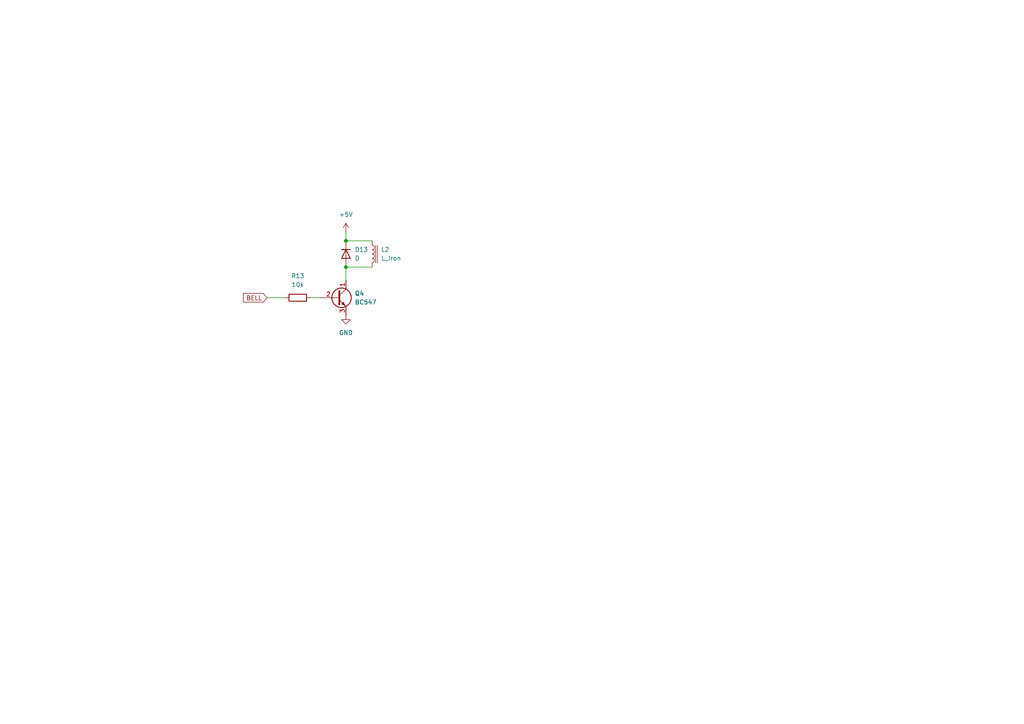
<source format=kicad_sch>
(kicad_sch (version 20231120) (generator "eeschema") (generator_version "8.0")
  (paper "A4")
  (lib_symbols
    (symbol "Device:D" (pin_numbers hide) (pin_names (offset 1.016) hide)
      (property "Reference" "D" (at 0 2.54 0))
      (property "Value" "D" (at 0 -2.54 0))
      (symbol "D_0_1"
        (polyline (pts (xy -1.27 1.27) (xy -1.27 -1.27)) (stroke (width 0.254)))
        (polyline (pts (xy 1.27 0) (xy -1.27 0)))
        (polyline (pts (xy 1.27 1.27) (xy 1.27 -1.27) (xy -1.27 0) (xy 1.27 1.27)) (stroke (width 0.254)))
      )
      (symbol "D_1_1"
        (pin passive line (at -3.81 0 0) (length 2.54) (name "K") (number "1"))
        (pin passive line (at 3.81 0 180) (length 2.54) (name "A") (number "2"))
      )
    )
    (symbol "Device:L_Iron" (pin_numbers hide) (pin_names (offset 1.016) hide)
      (property "Reference" "L" (at -1.27 0 90))
      (property "Value" "L_Iron" (at 2.794 0 90))
      (symbol "L_Iron_0_1"
        (arc (start 0 -2.54) (mid 0.6323 -1.905) (end 0 -1.27))
        (arc (start 0 -1.27) (mid 0.6323 -0.635) (end 0 0))
        (polyline (pts (xy 1.016 2.54) (xy 1.016 -2.54)))
        (polyline (pts (xy 1.524 -2.54) (xy 1.524 2.54)))
        (arc (start 0 0) (mid 0.6323 0.635) (end 0 1.27))
        (arc (start 0 1.27) (mid 0.6323 1.905) (end 0 2.54))
      )
      (symbol "L_Iron_1_1"
        (pin passive line (at 0 3.81 270) (length 1.27) (name "1") (number "1"))
        (pin passive line (at 0 -3.81 90) (length 1.27) (name "2") (number "2"))
      )
    )
    (symbol "Device:R" (pin_numbers hide) (pin_names (offset 0))
      (property "Reference" "R" (at 2.032 0 90))
      (property "Value" "R" (at 0 0 90))
      (symbol "R_0_1"
        (rectangle (start -1.016 -2.54) (end 1.016 2.54) (stroke (width 0.254)))
      )
      (symbol "R_1_1"
        (pin passive line (at 0 3.81 270) (length 1.27) (name "~") (number "1"))
        (pin passive line (at 0 -3.81 90) (length 1.27) (name "~") (number "2"))
      )
    )
    (symbol "Transistor_BJT:BC547" (pin_names (offset 0) hide)
      (property "Reference" "Q" (at 5.08 1.905 0))
      (property "Value" "BC547" (at 5.08 0 0))
      (symbol "BC547_0_1"
        (polyline (pts (xy 0 0) (xy 0.635 0)))
        (polyline (pts (xy 0.635 0.635) (xy 2.54 2.54)))
        (polyline (pts (xy 0.635 -0.635) (xy 2.54 -2.54) (xy 2.54 -2.54)))
        (polyline (pts (xy 0.635 1.905) (xy 0.635 -1.905) (xy 0.635 -1.905)) (stroke (width 0.508)))
        (polyline (pts (xy 1.27 -1.778) (xy 1.778 -1.27) (xy 2.286 -2.286) (xy 1.27 -1.778) (xy 1.27 -1.778)) (fill (type outline)))
        (circle (center 1.27 0) (radius 2.8194) (stroke (width 0.254)))
      )
      (symbol "BC547_1_1"
        (pin passive line (at 2.54 5.08 270) (length 2.54) (name "C") (number "1"))
        (pin input line (at -5.08 0 0) (length 5.08) (name "B") (number "2"))
        (pin passive line (at 2.54 -5.08 90) (length 2.54) (name "E") (number "3"))
      )
    )
    (symbol "power:+5V" (power) (pin_numbers hide) (pin_names (offset 0) hide)
      (property "Value" "+5V" (at 0 3.556 0))
      (symbol "+5V_0_1"
        (polyline (pts (xy -0.762 1.27) (xy 0 2.54)))
        (polyline (pts (xy 0 0) (xy 0 2.54)))
        (polyline (pts (xy 0 2.54) (xy 0.762 1.27)))
      )
      (symbol "+5V_1_1"
        (pin power_in line (at 0 0 90) (length 0) (name "~") (number "1"))
      )
    )
    (symbol "power:GND" (power) (pin_numbers hide) (pin_names (offset 0) hide)
      (property "Value" "GND" (at 0 -3.81 0))
      (symbol "GND_0_1"
        (polyline (pts (xy 0 0) (xy 0 -1.27) (xy 1.27 -1.27) (xy 0 -2.54) (xy -1.27 -1.27) (xy 0 -1.27)))
      )
      (symbol "GND_1_1"
        (pin power_in line (at 0 0 270) (length 0) (name "~") (number "1"))
      )
    )
  )
  (junction (at 100.33 77.47))
  (junction (at 100.33 69.85))
  (wire (pts (xy 77.47 86.36) (xy 82.55 86.36)))
  (wire (pts (xy 100.33 69.85) (xy 107.95 69.85)))
  (wire (pts (xy 90.17 86.36) (xy 92.71 86.36)))
  (wire (pts (xy 107.95 77.47) (xy 100.33 77.47)))
  (wire (pts (xy 100.33 67.31) (xy 100.33 69.85)))
  (wire (pts (xy 100.33 81.28) (xy 100.33 77.47)))
  (global_label "BELL" (shape input) (at 77.47 86.36 180) (property "Intersheetrefs" "${INTERSHEET_REFS}" (effects (hide yes))))
  (symbol (lib_id "Device:D") (at 100.33 73.66 270) (unit 1)
    (property "Reference" "D13" (at 102.87 72.3899 90) (effects (justify left)))
    (property "Value" "D" (at 102.87 74.9299 90) (effects (justify left)))
    (property "Description" "Diode" (effects (hide yes)))
    (property "Sim.Device" "D" (effects (hide yes)))
    (property "Sim.Pins" "1=K 2=A" (effects (hide yes)))
  )
  (symbol (lib_id "power:+5V") (at 100.33 67.31 0) (unit 1)
    (property "Reference" "#PWR032" (effects (hide yes)))
    (property "Value" "+5V" (at 100.33 62.23 0))
    (property "Description" "Power symbol creates a global label with name \"+5V\"" (effects (hide yes)))
  )
  (symbol (lib_id "Device:R") (at 86.36 86.36 90) (unit 1)
    (property "Reference" "R13" (at 86.36 80.01 90))
    (property "Value" "10k" (at 86.36 82.55 90))
    (property "Description" "Resistor" (effects (hide yes)))
  )
  (symbol (lib_id "power:GND") (at 100.33 91.44 0) (unit 1)
    (property "Reference" "#PWR033" (effects (hide yes)))
    (property "Value" "GND" (at 100.33 96.52 0))
    (property "Description" "Power symbol creates a global label with name \"GND\" , ground" (effects (hide yes)))
  )
  (symbol (lib_id "Device:L_Iron") (at 107.95 73.66 0) (unit 1)
    (property "Reference" "L2" (at 110.49 72.3899 0) (effects (justify left)))
    (property "Value" "L_Iron" (at 110.49 74.9299 0) (effects (justify left)))
    (property "Description" "Inductor with iron core" (effects (hide yes)))
  )
  (symbol (lib_id "Transistor_BJT:BC547") (at 97.79 86.36 0) (unit 1)
    (property "Reference" "Q4" (at 102.87 85.0899 0) (effects (justify left)))
    (property "Value" "BC547" (at 102.87 87.6299 0) (effects (justify left)))
    (property "Footprint" "Package_TO_SOT_THT:TO-92_Inline" (effects (hide yes)))
    (property "Datasheet" "https://www.onsemi.com/pub/Collateral/BC550-D.pdf" (effects (hide yes)))
    (property "Description" "0.1A Ic, 45V Vce, Small Signal NPN Transistor, TO-92" (effects (hide yes)))
  )
)
</source>
